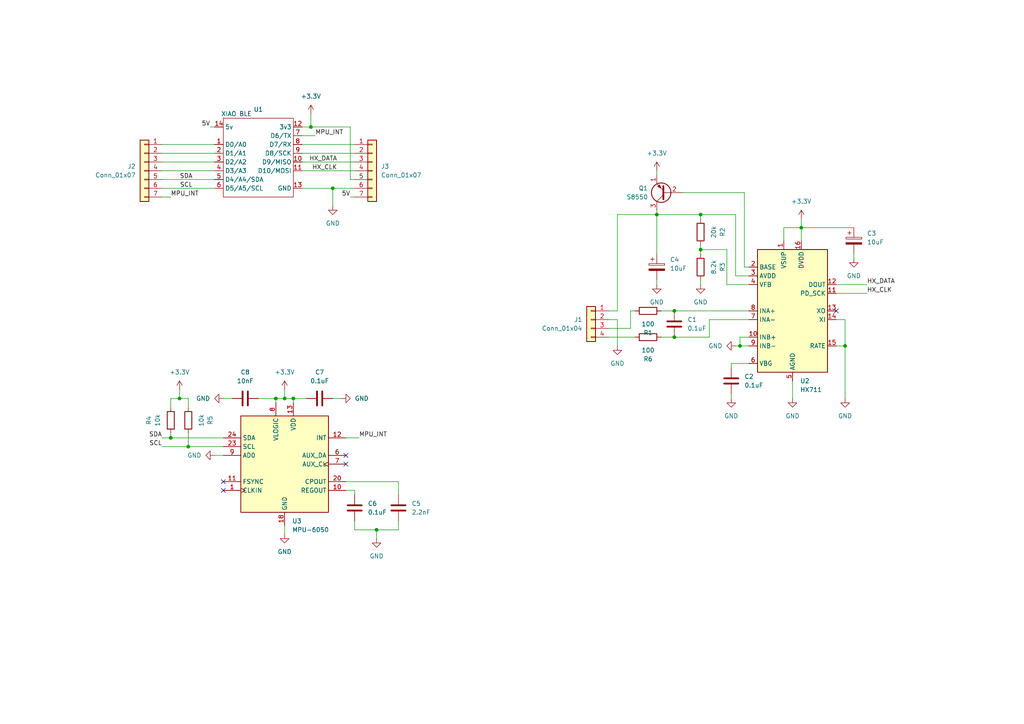
<source format=kicad_sch>
(kicad_sch (version 20230121) (generator eeschema)
  (paper "A4")
  (lib_symbols
    (symbol "Analog_ADC:HX711"
      (property "Reference" "U" (at 5.08 21.59 0))
      (property "Value" "HX711" (at 7.62 19.05 0))
      (symbol "HX711_0_1"
        (rectangle (start -10.16 17.78) (end 10.16 -17.78) (stroke (width 0.254)) (fill (type background)))
      )
      (symbol "HX711_1_1"
        (pin power_in line (at -2.54 20.32 270) (length 2.54) (name "VSUP") (number "1"))
        (pin input line (at -12.7 -7.62 0) (length 2.54) (name "INB+") (number "10"))
        (pin input line (at 12.7 5.08 180) (length 2.54) (name "PD_SCK") (number "11"))
        (pin output line (at 12.7 7.62 180) (length 2.54) (name "DOUT") (number "12"))
        (pin passive line (at 12.7 0 180) (length 2.54) (name "XO") (number "13"))
        (pin passive line (at 12.7 -2.54 180) (length 2.54) (name "XI") (number "14"))
        (pin input line (at 12.7 -10.16 180) (length 2.54) (name "RATE") (number "15"))
        (pin power_in line (at 2.54 20.32 270) (length 2.54) (name "DVDD") (number "16"))
        (pin passive line (at -12.7 12.7 0) (length 2.54) (name "BASE") (number "2"))
        (pin power_in line (at -12.7 10.16 0) (length 2.54) (name "AVDD") (number "3"))
        (pin input line (at -12.7 7.62 0) (length 2.54) (name "VFB") (number "4"))
        (pin power_in line (at 0 -20.32 90) (length 2.54) (name "AGND") (number "5"))
        (pin passive line (at -12.7 -15.24 0) (length 2.54) (name "VBG") (number "6"))
        (pin input line (at -12.7 -2.54 0) (length 2.54) (name "INA-") (number "7"))
        (pin input line (at -12.7 0 0) (length 2.54) (name "INA+") (number "8"))
        (pin input line (at -12.7 -10.16 0) (length 2.54) (name "INB-") (number "9"))
      )
    )
    (symbol "Connector_Generic:Conn_01x04" (pin_names (offset 1.016) hide)
      (property "Reference" "J" (at 0 5.08 0))
      (property "Value" "Conn_01x04" (at 0 -7.62 0))
      (symbol "Conn_01x04_1_1"
        (rectangle (start -1.27 -4.953) (end 0 -5.207) (stroke (width 0.1524)))
        (rectangle (start -1.27 -2.413) (end 0 -2.667) (stroke (width 0.1524)))
        (rectangle (start -1.27 0.127) (end 0 -0.127) (stroke (width 0.1524)))
        (rectangle (start -1.27 2.667) (end 0 2.413) (stroke (width 0.1524)))
        (rectangle (start -1.27 3.81) (end 1.27 -6.35) (stroke (width 0.254)) (fill (type background)))
        (pin passive line (at -5.08 2.54 0) (length 3.81) (name "Pin_1") (number "1"))
        (pin passive line (at -5.08 0 0) (length 3.81) (name "Pin_2") (number "2"))
        (pin passive line (at -5.08 -2.54 0) (length 3.81) (name "Pin_3") (number "3"))
        (pin passive line (at -5.08 -5.08 0) (length 3.81) (name "Pin_4") (number "4"))
      )
    )
    (symbol "Connector_Generic:Conn_01x07" (pin_names (offset 1.016) hide)
      (property "Reference" "J" (at 0 10.16 0))
      (property "Value" "Conn_01x07" (at 0 -10.16 0))
      (symbol "Conn_01x07_1_1"
        (rectangle (start -1.27 -7.493) (end 0 -7.747) (stroke (width 0.1524)))
        (rectangle (start -1.27 -4.953) (end 0 -5.207) (stroke (width 0.1524)))
        (rectangle (start -1.27 -2.413) (end 0 -2.667) (stroke (width 0.1524)))
        (rectangle (start -1.27 0.127) (end 0 -0.127) (stroke (width 0.1524)))
        (rectangle (start -1.27 2.667) (end 0 2.413) (stroke (width 0.1524)))
        (rectangle (start -1.27 5.207) (end 0 4.953) (stroke (width 0.1524)))
        (rectangle (start -1.27 7.747) (end 0 7.493) (stroke (width 0.1524)))
        (rectangle (start -1.27 8.89) (end 1.27 -8.89) (stroke (width 0.254)) (fill (type background)))
        (pin passive line (at -5.08 7.62 0) (length 3.81) (name "Pin_1") (number "1"))
        (pin passive line (at -5.08 5.08 0) (length 3.81) (name "Pin_2") (number "2"))
        (pin passive line (at -5.08 2.54 0) (length 3.81) (name "Pin_3") (number "3"))
        (pin passive line (at -5.08 0 0) (length 3.81) (name "Pin_4") (number "4"))
        (pin passive line (at -5.08 -2.54 0) (length 3.81) (name "Pin_5") (number "5"))
        (pin passive line (at -5.08 -5.08 0) (length 3.81) (name "Pin_6") (number "6"))
        (pin passive line (at -5.08 -7.62 0) (length 3.81) (name "Pin_7") (number "7"))
      )
    )
    (symbol "Device:C" (pin_numbers hide) (pin_names (offset 0.254))
      (property "Reference" "C" (at 0.635 2.54 0))
      (property "Value" "C" (at 0.635 -2.54 0))
      (symbol "C_0_1"
        (polyline (pts (xy -2.032 -0.762) (xy 2.032 -0.762)) (stroke (width 0.508)))
        (polyline (pts (xy -2.032 0.762) (xy 2.032 0.762)) (stroke (width 0.508)))
      )
      (symbol "C_1_1"
        (pin passive line (at 0 3.81 270) (length 2.794) (name "~") (number "1"))
        (pin passive line (at 0 -3.81 90) (length 2.794) (name "~") (number "2"))
      )
    )
    (symbol "Device:C_Polarized" (pin_numbers hide) (pin_names (offset 0.254))
      (property "Reference" "C" (at 0.635 2.54 0))
      (property "Value" "C_Polarized" (at 0.635 -2.54 0))
      (symbol "C_Polarized_0_1"
        (rectangle (start -2.286 0.508) (end 2.286 1.016))
        (polyline (pts (xy -1.778 2.286) (xy -0.762 2.286)))
        (polyline (pts (xy -1.27 2.794) (xy -1.27 1.778)))
        (rectangle (start 2.286 -0.508) (end -2.286 -1.016) (fill (type outline)))
      )
      (symbol "C_Polarized_1_1"
        (pin passive line (at 0 3.81 270) (length 2.794) (name "~") (number "1"))
        (pin passive line (at 0 -3.81 90) (length 2.794) (name "~") (number "2"))
      )
    )
    (symbol "Device:R" (pin_numbers hide) (pin_names (offset 0))
      (property "Reference" "R" (at 2.032 0 90))
      (property "Value" "R" (at 0 0 90))
      (symbol "R_0_1"
        (rectangle (start -1.016 -2.54) (end 1.016 2.54) (stroke (width 0.254)))
      )
      (symbol "R_1_1"
        (pin passive line (at 0 3.81 270) (length 1.27) (name "~") (number "1"))
        (pin passive line (at 0 -3.81 90) (length 1.27) (name "~") (number "2"))
      )
    )
    (symbol "SeedStudio:XIAO_BLE"
      (property "Reference" "U1" (at 6.35 1.27 0))
      (property "Value" "~" (at 0 0 0))
      (symbol "XIAO_BLE_0_1"
        (rectangle (start -3.81 -1.27) (end 16.51 -24.13))
      )
      (symbol "XIAO_BLE_1_1"
        (pin bidirectional line (at -6.35 -8.89 0) (length 2.54) (name "D0/A0") (number "1"))
        (pin bidirectional line (at 19.05 -13.97 180) (length 2.54) (name "D9/MISO") (number "10"))
        (pin bidirectional line (at 19.05 -16.51 180) (length 2.54) (name "D10/MOSI") (number "11"))
        (pin power_in line (at 19.05 -3.81 180) (length 2.54) (name "3v3") (number "12"))
        (pin power_in line (at 19.05 -21.59 180) (length 2.54) (name "GND") (number "13"))
        (pin power_out line (at -6.35 -3.81 0) (length 2.54) (name "5v") (number "14"))
        (pin bidirectional line (at -6.35 -11.43 0) (length 2.54) (name "D1/A1") (number "2"))
        (pin bidirectional line (at -6.35 -13.97 0) (length 2.54) (name "D2/A2") (number "3"))
        (pin bidirectional line (at -6.35 -16.51 0) (length 2.54) (name "D3/A3") (number "4"))
        (pin bidirectional line (at -6.35 -19.05 0) (length 2.54) (name "D4/A4/SDA") (number "5"))
        (pin bidirectional line (at -6.35 -21.59 0) (length 2.54) (name "D5/A5/SCL") (number "6"))
        (pin bidirectional line (at 19.05 -6.35 180) (length 2.54) (name "D6/TX") (number "7"))
        (pin bidirectional line (at 19.05 -8.89 180) (length 2.54) (name "D7/RX") (number "8"))
        (pin bidirectional line (at 19.05 -11.43 180) (length 2.54) (name "D8/SCK") (number "9"))
      )
    )
    (symbol "Sensor_Motion:MPU-6050"
      (property "Reference" "U" (at -11.43 13.97 0))
      (property "Value" "MPU-6050" (at 7.62 -15.24 0))
      (symbol "MPU-6050_0_0"
        (text "" (at 12.7 -2.54 0) (effects (font (size 1.27 1.27))))
      )
      (symbol "MPU-6050_0_1"
        (rectangle (start -12.7 13.97) (end 12.7 -13.97) (stroke (width 0.254)) (fill (type background)))
      )
      (symbol "MPU-6050_1_1"
        (pin input clock (at -17.78 -7.62 0) (length 5.08) (name "CLKIN") (number "1"))
        (pin passive line (at 17.78 -7.62 180) (length 5.08) (name "REGOUT") (number "10"))
        (pin input line (at -17.78 -5.08 0) (length 5.08) (name "FSYNC") (number "11"))
        (pin output line (at 17.78 7.62 180) (length 5.08) (name "INT") (number "12"))
        (pin power_in line (at 2.54 17.78 270) (length 3.81) (name "VDD") (number "13"))
        (pin no_connect line (at -12.7 -10.16 0) (length 2.54) hide (name "NC") (number "14"))
        (pin no_connect line (at 12.7 12.7 180) (length 2.54) hide (name "NC") (number "15"))
        (pin no_connect line (at 12.7 10.16 180) (length 2.54) hide (name "NC") (number "16"))
        (pin no_connect line (at 12.7 5.08 180) (length 2.54) hide (name "NC") (number "17"))
        (pin power_in line (at 0 -17.78 90) (length 3.81) (name "GND") (number "18"))
        (pin no_connect line (at 12.7 -10.16 180) (length 2.54) hide (name "RESV") (number "19"))
        (pin no_connect line (at -12.7 12.7 0) (length 2.54) hide (name "NC") (number "2"))
        (pin passive line (at 17.78 -5.08 180) (length 5.08) (name "CPOUT") (number "20"))
        (pin no_connect line (at 12.7 -2.54 180) (length 2.54) hide (name "RESV") (number "21"))
        (pin no_connect line (at 12.7 -12.7 180) (length 2.54) hide (name "RESV") (number "22"))
        (pin input line (at -17.78 5.08 0) (length 5.08) (name "SCL") (number "23"))
        (pin bidirectional line (at -17.78 7.62 0) (length 5.08) (name "SDA") (number "24"))
        (pin no_connect line (at -12.7 10.16 0) (length 2.54) hide (name "NC") (number "3"))
        (pin no_connect line (at -12.7 0 0) (length 2.54) hide (name "NC") (number "4"))
        (pin no_connect line (at -12.7 -2.54 0) (length 2.54) hide (name "NC") (number "5"))
        (pin bidirectional line (at 17.78 2.54 180) (length 5.08) (name "AUX_DA") (number "6"))
        (pin output clock (at 17.78 0 180) (length 5.08) (name "AUX_CL") (number "7"))
        (pin power_in line (at -2.54 17.78 270) (length 3.81) (name "VLOGIC") (number "8"))
        (pin input line (at -17.78 2.54 0) (length 5.08) (name "AD0") (number "9"))
      )
    )
    (symbol "Transistor_BJT:S8550" (pin_names (offset 0) hide)
      (property "Reference" "Q" (at 5.08 1.905 0))
      (property "Value" "S8550" (at 5.08 0 0))
      (symbol "S8550_0_1"
        (polyline (pts (xy 0 0) (xy 0.635 0)))
        (polyline (pts (xy 2.54 -2.54) (xy 0.635 -0.635)))
        (polyline (pts (xy 2.54 2.54) (xy 0.635 0.635)))
        (polyline (pts (xy 0.635 1.905) (xy 0.635 -1.905) (xy 0.635 -1.905)) (stroke (width 0.508)) (fill (type outline)))
        (polyline (pts (xy 1.778 -2.286) (xy 2.286 -1.778) (xy 1.27 -1.27) (xy 1.778 -2.286) (xy 1.778 -2.286)) (fill (type outline)))
        (circle (center 1.27 0) (radius 2.8194) (stroke (width 0.254)))
      )
      (symbol "S8550_1_1"
        (pin passive line (at 2.54 -5.08 90) (length 2.54) (name "E") (number "1"))
        (pin input line (at -5.08 0 0) (length 5.08) (name "B") (number "2"))
        (pin passive line (at 2.54 5.08 270) (length 2.54) (name "C") (number "3"))
      )
    )
    (symbol "power:+3.3V" (power) (pin_names (offset 0))
      (property "Value" "+3.3V" (at 0 3.556 0))
      (symbol "+3.3V_0_1"
        (polyline (pts (xy -0.762 1.27) (xy 0 2.54)))
        (polyline (pts (xy 0 0) (xy 0 2.54)))
        (polyline (pts (xy 0 2.54) (xy 0.762 1.27)))
      )
      (symbol "+3.3V_1_1"
        (pin power_in line (at 0 0 90) (length 0) hide (name "+3.3V") (number "1"))
      )
    )
    (symbol "power:GND" (power) (pin_names (offset 0))
      (property "Value" "GND" (at 0 -3.81 0))
      (symbol "GND_0_1"
        (polyline (pts (xy 0 0) (xy 0 -1.27) (xy 1.27 -1.27) (xy 0 -2.54) (xy -1.27 -1.27) (xy 0 -1.27)))
      )
      (symbol "GND_1_1"
        (pin power_in line (at 0 0 270) (length 0) hide (name "GND") (number "1"))
      )
    )
  )
  (junction (at 195.58 97.79))
  (junction (at 85.09 115.57))
  (junction (at 190.5 62.23))
  (junction (at 80.01 115.57))
  (junction (at 232.41 66.04))
  (junction (at 52.07 115.57))
  (junction (at 82.55 115.57))
  (junction (at 90.17 36.83))
  (junction (at 195.58 90.17))
  (junction (at 96.52 54.61))
  (junction (at 245.11 100.33))
  (junction (at 214.63 100.33))
  (junction (at 109.22 153.67))
  (junction (at 54.61 129.54))
  (junction (at 203.2 72.39))
  (junction (at 203.2 62.23))
  (junction (at 49.53 127))
  (no_connect (at 100.33 132.08))
  (no_connect (at 64.77 139.7))
  (no_connect (at 64.77 142.24))
  (no_connect (at 242.57 90.17))
  (no_connect (at 100.33 134.62))
  (wire (pts (xy 46.99 41.91) (xy 62.23 41.91)))
  (wire (pts (xy 217.17 105.41) (xy 212.09 105.41)))
  (wire (pts (xy 232.41 63.5) (xy 232.41 66.04)))
  (wire (pts (xy 100.33 127) (xy 104.14 127)))
  (wire (pts (xy 232.41 66.04) (xy 232.41 69.85)))
  (wire (pts (xy 214.63 97.79) (xy 214.63 100.33)))
  (wire (pts (xy 229.87 110.49) (xy 229.87 115.57)))
  (wire (pts (xy 115.57 151.13) (xy 115.57 153.67)))
  (wire (pts (xy 90.17 36.83) (xy 87.63 36.83)))
  (wire (pts (xy 210.82 82.55) (xy 210.82 72.39)))
  (wire (pts (xy 82.55 115.57) (xy 80.01 115.57)))
  (wire (pts (xy 49.53 125.73) (xy 49.53 127)))
  (wire (pts (xy 46.99 46.99) (xy 62.23 46.99)))
  (wire (pts (xy 195.58 97.79) (xy 205.74 97.79)))
  (wire (pts (xy 247.65 73.66) (xy 247.65 74.93)))
  (wire (pts (xy 214.63 100.33) (xy 217.17 100.33)))
  (wire (pts (xy 242.57 92.71) (xy 245.11 92.71)))
  (wire (pts (xy 245.11 92.71) (xy 245.11 100.33)))
  (wire (pts (xy 85.09 115.57) (xy 88.9 115.57)))
  (wire (pts (xy 52.07 115.57) (xy 52.07 113.03)))
  (wire (pts (xy 215.9 77.47) (xy 215.9 55.88)))
  (wire (pts (xy 46.99 57.15) (xy 49.53 57.15)))
  (wire (pts (xy 82.55 115.57) (xy 85.09 115.57)))
  (wire (pts (xy 87.63 44.45) (xy 102.87 44.45)))
  (wire (pts (xy 87.63 49.53) (xy 102.87 49.53)))
  (wire (pts (xy 96.52 115.57) (xy 99.06 115.57)))
  (wire (pts (xy 74.93 115.57) (xy 80.01 115.57)))
  (wire (pts (xy 101.6 36.83) (xy 90.17 36.83)))
  (wire (pts (xy 102.87 142.24) (xy 102.87 143.51)))
  (wire (pts (xy 245.11 100.33) (xy 242.57 100.33)))
  (wire (pts (xy 242.57 85.09) (xy 251.46 85.09)))
  (wire (pts (xy 203.2 71.12) (xy 203.2 72.39)))
  (wire (pts (xy 191.77 97.79) (xy 195.58 97.79)))
  (wire (pts (xy 87.63 54.61) (xy 96.52 54.61)))
  (wire (pts (xy 203.2 62.23) (xy 190.5 62.23)))
  (wire (pts (xy 67.31 115.57) (xy 64.77 115.57)))
  (wire (pts (xy 227.33 66.04) (xy 232.41 66.04)))
  (wire (pts (xy 87.63 41.91) (xy 102.87 41.91)))
  (wire (pts (xy 46.99 44.45) (xy 62.23 44.45)))
  (wire (pts (xy 242.57 82.55) (xy 251.46 82.55)))
  (wire (pts (xy 179.07 92.71) (xy 179.07 100.33)))
  (wire (pts (xy 62.23 132.08) (xy 64.77 132.08)))
  (wire (pts (xy 87.63 39.37) (xy 91.44 39.37)))
  (wire (pts (xy 190.5 49.53) (xy 190.5 50.8)))
  (wire (pts (xy 80.01 115.57) (xy 80.01 116.84)))
  (wire (pts (xy 214.63 100.33) (xy 213.36 100.33)))
  (wire (pts (xy 46.99 49.53) (xy 62.23 49.53)))
  (wire (pts (xy 115.57 139.7) (xy 115.57 143.51)))
  (wire (pts (xy 102.87 52.07) (xy 101.6 52.07)))
  (wire (pts (xy 179.07 62.23) (xy 190.5 62.23)))
  (wire (pts (xy 190.5 81.28) (xy 190.5 82.55)))
  (wire (pts (xy 227.33 69.85) (xy 227.33 66.04)))
  (wire (pts (xy 54.61 125.73) (xy 54.61 129.54)))
  (wire (pts (xy 179.07 62.23) (xy 179.07 90.17)))
  (wire (pts (xy 109.22 153.67) (xy 115.57 153.67)))
  (wire (pts (xy 109.22 153.67) (xy 109.22 156.21)))
  (wire (pts (xy 190.5 62.23) (xy 190.5 73.66)))
  (wire (pts (xy 82.55 152.4) (xy 82.55 154.94)))
  (wire (pts (xy 182.88 90.17) (xy 184.15 90.17)))
  (wire (pts (xy 212.09 114.3) (xy 212.09 115.57)))
  (wire (pts (xy 190.5 60.96) (xy 190.5 62.23)))
  (wire (pts (xy 195.58 90.17) (xy 217.17 90.17)))
  (wire (pts (xy 232.41 66.04) (xy 247.65 66.04)))
  (wire (pts (xy 205.74 92.71) (xy 217.17 92.71)))
  (wire (pts (xy 46.99 129.54) (xy 54.61 129.54)))
  (wire (pts (xy 191.77 90.17) (xy 195.58 90.17)))
  (wire (pts (xy 49.53 127) (xy 64.77 127)))
  (wire (pts (xy 203.2 81.28) (xy 203.2 82.55)))
  (wire (pts (xy 176.53 95.25) (xy 182.88 95.25)))
  (wire (pts (xy 87.63 46.99) (xy 102.87 46.99)))
  (wire (pts (xy 176.53 92.71) (xy 179.07 92.71)))
  (wire (pts (xy 102.87 153.67) (xy 109.22 153.67)))
  (wire (pts (xy 215.9 55.88) (xy 198.12 55.88)))
  (wire (pts (xy 101.6 57.15) (xy 102.87 57.15)))
  (wire (pts (xy 100.33 142.24) (xy 102.87 142.24)))
  (wire (pts (xy 96.52 54.61) (xy 96.52 59.69)))
  (wire (pts (xy 176.53 90.17) (xy 179.07 90.17)))
  (wire (pts (xy 49.53 118.11) (xy 49.53 115.57)))
  (wire (pts (xy 213.36 80.01) (xy 213.36 62.23)))
  (wire (pts (xy 203.2 62.23) (xy 203.2 63.5)))
  (wire (pts (xy 54.61 118.11) (xy 54.61 115.57)))
  (wire (pts (xy 176.53 97.79) (xy 184.15 97.79)))
  (wire (pts (xy 60.96 36.83) (xy 62.23 36.83)))
  (wire (pts (xy 46.99 127) (xy 49.53 127)))
  (wire (pts (xy 212.09 105.41) (xy 212.09 106.68)))
  (wire (pts (xy 203.2 72.39) (xy 203.2 73.66)))
  (wire (pts (xy 205.74 97.79) (xy 205.74 92.71)))
  (wire (pts (xy 102.87 151.13) (xy 102.87 153.67)))
  (wire (pts (xy 101.6 52.07) (xy 101.6 36.83)))
  (wire (pts (xy 100.33 139.7) (xy 115.57 139.7)))
  (wire (pts (xy 82.55 113.03) (xy 82.55 115.57)))
  (wire (pts (xy 54.61 129.54) (xy 64.77 129.54)))
  (wire (pts (xy 214.63 97.79) (xy 217.17 97.79)))
  (wire (pts (xy 49.53 115.57) (xy 52.07 115.57)))
  (wire (pts (xy 85.09 115.57) (xy 85.09 116.84)))
  (wire (pts (xy 210.82 72.39) (xy 203.2 72.39)))
  (wire (pts (xy 96.52 54.61) (xy 102.87 54.61)))
  (wire (pts (xy 182.88 95.25) (xy 182.88 90.17)))
  (wire (pts (xy 46.99 52.07) (xy 62.23 52.07)))
  (wire (pts (xy 213.36 62.23) (xy 203.2 62.23)))
  (wire (pts (xy 217.17 77.47) (xy 215.9 77.47)))
  (wire (pts (xy 46.99 54.61) (xy 62.23 54.61)))
  (wire (pts (xy 217.17 80.01) (xy 213.36 80.01)))
  (wire (pts (xy 217.17 82.55) (xy 210.82 82.55)))
  (wire (pts (xy 90.17 33.02) (xy 90.17 36.83)))
  (wire (pts (xy 54.61 115.57) (xy 52.07 115.57)))
  (wire (pts (xy 245.11 100.33) (xy 245.11 115.57)))
  (label "SCL" (at 55.88 54.61 180))
  (label "SDA" (at 46.99 127 180))
  (label "MPU_INT" (at 91.44 39.37 0))
  (label "HX_DATA" (at 97.79 46.99 180))
  (label "HX_CLK" (at 251.46 85.09 0))
  (label "5V" (at 60.96 36.83 180))
  (label "HX_CLK" (at 97.79 49.53 180))
  (label "HX_DATA" (at 251.46 82.55 0))
  (label "MPU_INT" (at 49.53 57.15 0))
  (label "SCL" (at 46.99 129.54 180))
  (label "MPU_INT" (at 104.14 127 0))
  (label "SDA" (at 55.88 52.07 180))
  (label "5V" (at 101.6 57.15 180))
  (symbol (lib_id "Device:C") (at 71.12 115.57 270) (mirror x) (unit 1)
    (property "Reference" "C8" (at 71.12 107.95 90))
    (property "Value" "10nF" (at 71.12 110.49 90))
    (property "Footprint" "Capacitor_SMD:C_0402_1005Metric" (effects hide))
    (property "LCSC" "C15195" (effects hide))
  )
  (symbol (lib_id "power:GND") (at 62.23 132.08 270) (mirror x) (unit 1)
    (property "Reference" "#PWR019" (effects hide))
    (property "Value" "GND" (at 58.42 132.08 90) (effects (justify right)))
  )
  (symbol (lib_id "Device:R") (at 54.61 121.92 0) (unit 1)
    (property "Reference" "R5" (at 60.96 121.92 90))
    (property "Value" "10k" (at 58.42 121.92 90))
    (property "Footprint" "Resistor_SMD:R_0402_1005Metric" (effects hide))
    (property "LCSC" "C25744" (effects hide))
  )
  (symbol (lib_id "Device:C") (at 212.09 110.49 0) (unit 1)
    (property "Reference" "C2" (at 215.9 109.22 0) (effects (justify left)))
    (property "Value" "0.1uF" (at 215.9 111.76 0) (effects (justify left)))
    (property "Footprint" "Capacitor_SMD:C_0402_1005Metric" (effects hide))
    (property "LCSC" "C1525" (effects hide))
  )
  (symbol (lib_id "Device:R") (at 203.2 77.47 0) (unit 1)
    (property "Reference" "R3" (at 209.55 77.47 90))
    (property "Value" "8.2k" (at 207.01 77.47 90))
    (property "Footprint" "Resistor_SMD:R_0402_1005Metric" (effects hide))
    (property "LCSC" "C2906967" (effects hide))
  )
  (symbol (lib_id "Device:R") (at 49.53 121.92 0) (mirror y) (unit 1)
    (property "Reference" "R4" (at 43.18 121.92 90))
    (property "Value" "10k" (at 45.72 121.92 90))
    (property "Footprint" "Resistor_SMD:R_0402_1005Metric" (effects hide))
    (property "LCSC" "C25744" (effects hide))
  )
  (symbol (lib_id "power:+3.3V") (at 190.5 49.53 0) (unit 1)
    (property "Reference" "#PWR011" (effects hide))
    (property "Value" "+3.3V" (at 190.5 44.45 0))
  )
  (symbol (lib_id "Connector_Generic:Conn_01x07") (at 107.95 49.53 0) (unit 1) (in_bom no)
    (property "Reference" "J3" (at 110.49 48.26 0) (effects (justify left)))
    (property "Value" "Conn_01x07" (at 110.49 50.8 0) (effects (justify left)))
    (property "Footprint" "Connector_PinHeader_2.54mm:PinHeader_1x07_P2.54mm_Vertical" (effects hide))
  )
  (symbol (lib_id "power:GND") (at 179.07 100.33 0) (unit 1)
    (property "Reference" "#PWR010" (effects hide))
    (property "Value" "GND" (at 179.07 105.41 0))
  )
  (symbol (lib_id "power:GND") (at 245.11 115.57 0) (unit 1)
    (property "Reference" "#PWR05" (effects hide))
    (property "Value" "GND" (at 245.11 120.65 0))
  )
  (symbol (lib_id "Device:C_Polarized") (at 247.65 69.85 0) (unit 1)
    (property "Reference" "C3" (at 251.46 67.691 0) (effects (justify left)))
    (property "Value" "10uF" (at 251.46 70.231 0) (effects (justify left)))
    (property "Footprint" "Capacitor_SMD:C_0402_1005Metric" (effects hide))
    (property "LCSC" "C15525" (effects hide))
  )
  (symbol (lib_id "power:+3.3V") (at 232.41 63.5 0) (unit 1)
    (property "Reference" "#PWR03" (effects hide))
    (property "Value" "+3.3V" (at 232.41 58.42 0))
  )
  (symbol (lib_id "power:GND") (at 229.87 115.57 0) (unit 1)
    (property "Reference" "#PWR04" (effects hide))
    (property "Value" "GND" (at 229.87 120.65 0))
  )
  (symbol (lib_id "power:GND") (at 203.2 82.55 0) (unit 1)
    (property "Reference" "#PWR07" (effects hide))
    (property "Value" "GND" (at 203.2 87.63 0))
  )
  (symbol (lib_id "power:GND") (at 247.65 74.93 0) (unit 1)
    (property "Reference" "#PWR012" (effects hide))
    (property "Value" "GND" (at 247.65 80.01 0))
  )
  (symbol (lib_id "power:GND") (at 109.22 156.21 0) (unit 1)
    (property "Reference" "#PWR014" (effects hide))
    (property "Value" "GND" (at 109.22 161.29 0))
  )
  (symbol (lib_id "Device:C") (at 195.58 93.98 0) (unit 1)
    (property "Reference" "C1" (at 199.39 92.71 0) (effects (justify left)))
    (property "Value" "0.1uF" (at 199.39 95.25 0) (effects (justify left)))
    (property "Footprint" "Capacitor_SMD:C_0402_1005Metric" (effects hide))
    (property "LCSC" "C1525" (effects hide))
  )
  (symbol (lib_id "power:GND") (at 213.36 100.33 270) (unit 1)
    (property "Reference" "#PWR08" (effects hide))
    (property "Value" "GND" (at 209.55 100.33 90) (effects (justify right)))
  )
  (symbol (lib_id "Device:R") (at 203.2 67.31 0) (unit 1)
    (property "Reference" "R2" (at 209.55 67.31 90))
    (property "Value" "20k" (at 207.01 67.31 90))
    (property "Footprint" "Resistor_SMD:R_0402_1005Metric" (effects hide))
    (property "LCSC" "C25765" (effects hide))
  )
  (symbol (lib_id "power:+3.3V") (at 52.07 113.03 0) (unit 1)
    (property "Reference" "#PWR018" (effects hide))
    (property "Value" "+3.3V" (at 52.07 107.95 0))
  )
  (symbol (lib_id "Sensor_Motion:MPU-6050") (at 82.55 134.62 0) (unit 1)
    (property "Reference" "U3" (at 84.7441 151.13 0) (effects (justify left)))
    (property "Value" "MPU-6050" (at 84.7441 153.67 0) (effects (justify left)))
    (property "Footprint" "Sensor_Motion:InvenSense_QFN-24_4x4mm_P0.5mm" (effects hide))
    (property "Datasheet" "https://invensense.tdk.com/wp-content/uploads/2015/02/MPU-6000-Datasheet1.pdf" (effects hide))
    (property "LCSC" "C24112" (effects hide))
  )
  (symbol (lib_id "power:GND") (at 190.5 82.55 0) (unit 1)
    (property "Reference" "#PWR06" (effects hide))
    (property "Value" "GND" (at 190.5 87.63 0))
  )
  (symbol (lib_id "Transistor_BJT:S8550") (at 193.04 55.88 180) (unit 1)
    (property "Reference" "Q1" (at 187.96 54.61 0) (effects (justify left)))
    (property "Value" "S8550" (at 187.96 57.15 0) (effects (justify left)))
    (property "Footprint" "Package_TO_SOT_SMD:SOT-23" (effects hide))
    (property "Datasheet" "http://www.unisonic.com.tw/datasheet/S8550.pdf" (effects hide))
    (property "LCSC" "C105432" (effects hide))
  )
  (symbol (lib_id "Connector_Generic:Conn_01x07") (at 41.91 49.53 0) (mirror y) (unit 1) (in_bom no)
    (property "Reference" "J2" (at 39.37 48.26 0) (effects (justify left)))
    (property "Value" "Conn_01x07" (at 39.37 50.8 0) (effects (justify left)))
    (property "Footprint" "Connector_PinHeader_2.54mm:PinHeader_1x07_P2.54mm_Vertical" (effects hide))
  )
  (symbol (lib_id "power:GND") (at 99.06 115.57 90) (unit 1)
    (property "Reference" "#PWR015" (effects hide))
    (property "Value" "GND" (at 102.87 115.57 90) (effects (justify right)))
  )
  (symbol (lib_id "power:GND") (at 212.09 115.57 0) (unit 1)
    (property "Reference" "#PWR09" (effects hide))
    (property "Value" "GND" (at 212.09 120.65 0))
  )
  (symbol (lib_id "Device:C") (at 115.57 147.32 0) (unit 1)
    (property "Reference" "C5" (at 119.38 146.05 0) (effects (justify left)))
    (property "Value" "2.2nF" (at 119.38 148.59 0) (effects (justify left)))
    (property "Footprint" "Capacitor_SMD:C_0402_1005Metric" (effects hide))
    (property "LCSC" "C1604" (effects hide))
  )
  (symbol (lib_id "SeedStudio:XIAO_BLE") (at 68.58 33.02 0) (unit 1)
    (property "Reference" "U1" (at 74.93 31.75 0))
    (property "Value" "XIAO BLE" (at 68.58 33.02 0))
    (property "Footprint" "powermeter:MOUDLE16P-SMD-2.54-21X17.8MM" (effects hide))
  )
  (symbol (lib_id "power:+3.3V") (at 82.55 113.03 0) (unit 1)
    (property "Reference" "#PWR016" (effects hide))
    (property "Value" "+3.3V" (at 82.55 107.95 0))
  )
  (symbol (lib_id "power:+3.3V") (at 90.17 33.02 0) (unit 1)
    (property "Reference" "#PWR01" (effects hide))
    (property "Value" "+3.3V" (at 90.17 27.94 0))
  )
  (symbol (lib_id "power:GND") (at 82.55 154.94 0) (unit 1)
    (property "Reference" "#PWR013" (effects hide))
    (property "Value" "GND" (at 82.55 160.02 0))
  )
  (symbol (lib_id "Device:R") (at 187.96 90.17 270) (unit 1)
    (property "Reference" "R1" (at 187.96 96.52 90))
    (property "Value" "100" (at 187.96 93.98 90))
    (property "Footprint" "Resistor_SMD:R_0402_1005Metric" (effects hide))
    (property "LCSC" "C25076" (effects hide))
  )
  (symbol (lib_id "Device:C_Polarized") (at 190.5 77.47 0) (unit 1)
    (property "Reference" "C4" (at 194.31 75.311 0) (effects (justify left)))
    (property "Value" "10uF" (at 194.31 77.851 0) (effects (justify left)))
    (property "Footprint" "Capacitor_SMD:C_0402_1005Metric" (effects hide))
    (property "LCSC" "C15525" (effects hide))
  )
  (symbol (lib_id "Device:C") (at 92.71 115.57 90) (unit 1)
    (property "Reference" "C7" (at 92.71 107.95 90))
    (property "Value" "0.1uF" (at 92.71 110.49 90))
    (property "Footprint" "Capacitor_SMD:C_0402_1005Metric" (effects hide))
    (property "LCSC" "C1525" (effects hide))
  )
  (symbol (lib_id "Device:C") (at 102.87 147.32 0) (unit 1)
    (property "Reference" "C6" (at 106.68 146.05 0) (effects (justify left)))
    (property "Value" "0.1uF" (at 106.68 148.59 0) (effects (justify left)))
    (property "Footprint" "Capacitor_SMD:C_0402_1005Metric" (effects hide))
    (property "LCSC" "C1525" (effects hide))
  )
  (symbol (lib_id "power:GND") (at 64.77 115.57 270) (mirror x) (unit 1)
    (property "Reference" "#PWR017" (effects hide))
    (property "Value" "GND" (at 60.96 115.57 90) (effects (justify right)))
  )
  (symbol (lib_id "power:GND") (at 96.52 59.69 0) (unit 1)
    (property "Reference" "#PWR02" (effects hide))
    (property "Value" "GND" (at 96.52 64.77 0))
  )
  (symbol (lib_id "Analog_ADC:HX711") (at 229.87 90.17 0) (unit 1)
    (property "Reference" "U2" (at 232.0641 110.49 0) (effects (justify left)))
    (property "Value" "HX711" (at 232.0641 113.03 0) (effects (justify left)))
    (property "Footprint" "Package_SO:SOP-16_3.9x9.9mm_P1.27mm" (effects hide))
    (property "Datasheet" "https://cdn.sparkfun.com/datasheets/Sensors/ForceFlex/hx711_english.pdf" (effects hide))
    (property "LCSC" "C6705483" (effects hide))
  )
  (symbol (lib_id "Connector_Generic:Conn_01x04") (at 171.45 92.71 0) (mirror y) (unit 1) (in_bom no)
    (property "Reference" "J1" (at 168.91 92.71 0) (effects (justify left)))
    (property "Value" "Conn_01x04" (at 168.91 95.25 0) (effects (justify left)))
    (property "Footprint" "powermeter:connecteur" (effects hide))
  )
  (symbol (lib_id "Device:R") (at 187.96 97.79 270) (unit 1)
    (property "Reference" "R6" (at 187.96 104.14 90))
    (property "Value" "100" (at 187.96 101.6 90))
    (property "Footprint" "Resistor_SMD:R_0402_1005Metric" (effects hide))
    (property "LCSC" "C25076" (effects hide))
  )
)
</source>
